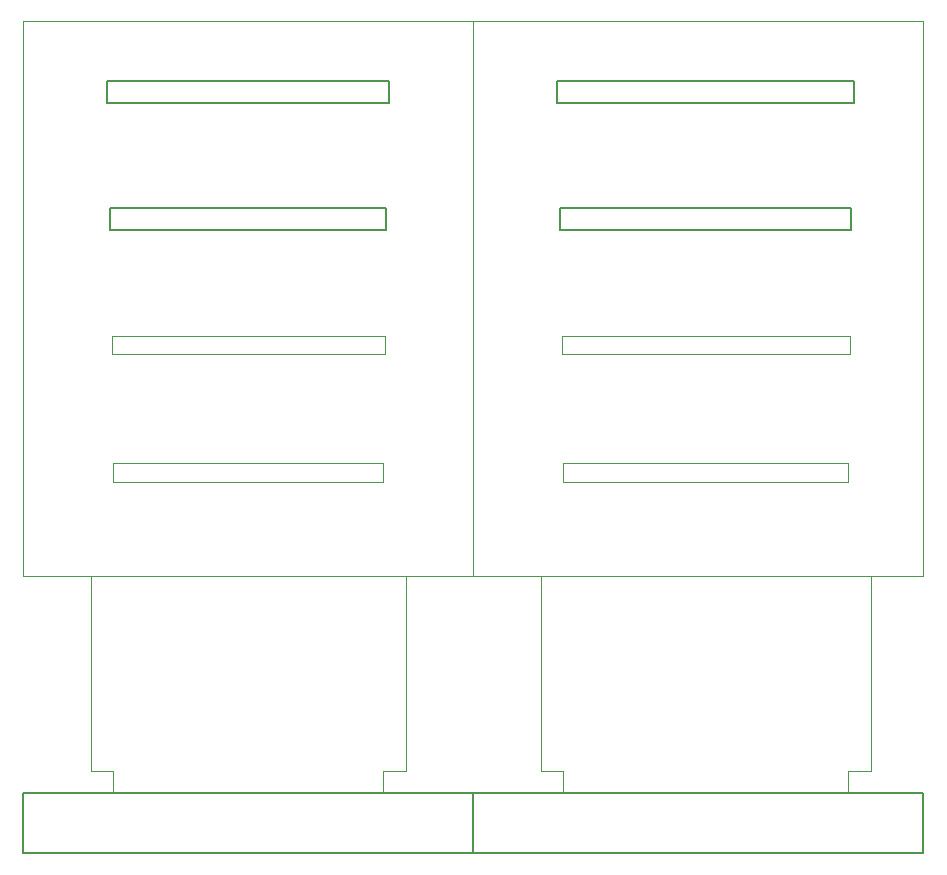
<source format=gbr>
%TF.GenerationSoftware,KiCad,Pcbnew,6.0.11-2627ca5db0~126~ubuntu22.04.1*%
%TF.CreationDate,2023-03-29T10:33:59-07:00*%
%TF.ProjectId,GX16-8P-Horizontal Slot Test,47583136-2d38-4502-9d48-6f72697a6f6e,rev?*%
%TF.SameCoordinates,Original*%
%TF.FileFunction,Profile,NP*%
%FSLAX46Y46*%
G04 Gerber Fmt 4.6, Leading zero omitted, Abs format (unit mm)*
G04 Created by KiCad (PCBNEW 6.0.11-2627ca5db0~126~ubuntu22.04.1) date 2023-03-29 10:33:59*
%MOMM*%
%LPD*%
G01*
G04 APERTURE LIST*
%TA.AperFunction,Profile*%
%ADD10C,0.100000*%
%TD*%
%TA.AperFunction,Profile*%
%ADD11C,0.150000*%
%TD*%
G04 APERTURE END LIST*
D10*
X147320000Y-91440000D02*
X147320000Y-93345000D01*
X109220000Y-93345000D02*
X132080000Y-93345000D01*
X171450000Y-93345000D02*
X171450000Y-91440000D01*
X145415000Y-91440000D02*
X147320000Y-91440000D01*
X107315000Y-74930000D02*
X107315000Y-91440000D01*
X109220000Y-91440000D02*
X109220000Y-93345000D01*
X171450000Y-91440000D02*
X173355000Y-91440000D01*
D11*
X108712000Y-33020000D02*
X132588000Y-33020000D01*
X132588000Y-33020000D02*
X132588000Y-34920000D01*
X132588000Y-34920000D02*
X108712000Y-34920000D01*
X108712000Y-34920000D02*
X108712000Y-33020000D01*
X146812000Y-33020000D02*
X171958000Y-33020000D01*
X171958000Y-33020000D02*
X171958000Y-34920000D01*
X171958000Y-34920000D02*
X146812000Y-34920000D01*
X146812000Y-34920000D02*
X146812000Y-33020000D01*
D10*
X147320000Y-93345000D02*
X171450000Y-93345000D01*
D11*
X139700000Y-93345000D02*
X177800000Y-93345000D01*
X177800000Y-93345000D02*
X177800000Y-98425000D01*
X177800000Y-98425000D02*
X139700000Y-98425000D01*
X139700000Y-98425000D02*
X139700000Y-93345000D01*
D10*
X133985000Y-91440000D02*
X133985000Y-74930000D01*
X147193000Y-54610000D02*
X171577000Y-54610000D01*
X171577000Y-54610000D02*
X171577000Y-56183000D01*
X171577000Y-56183000D02*
X147193000Y-56183000D01*
X147193000Y-56183000D02*
X147193000Y-54610000D01*
X132080000Y-91440000D02*
X133985000Y-91440000D01*
X133985000Y-74930000D02*
X107315000Y-74930000D01*
X109093000Y-54610000D02*
X132207000Y-54610000D01*
X132207000Y-54610000D02*
X132207000Y-56183000D01*
X132207000Y-56183000D02*
X109093000Y-56183000D01*
X109093000Y-56183000D02*
X109093000Y-54610000D01*
X173355000Y-91440000D02*
X173355000Y-74930000D01*
X132080000Y-65405000D02*
X109220000Y-65405000D01*
X109220000Y-65405000D02*
X109220000Y-67005000D01*
X109220000Y-67005000D02*
X132080000Y-67005000D01*
X132080000Y-67005000D02*
X132080000Y-65405000D01*
X173355000Y-74930000D02*
X145415000Y-74930000D01*
X171450000Y-65405000D02*
X147320000Y-65405000D01*
X147320000Y-65405000D02*
X147320000Y-67005000D01*
X147320000Y-67005000D02*
X171450000Y-67005000D01*
X171450000Y-67005000D02*
X171450000Y-65405000D01*
X132080000Y-93345000D02*
X132080000Y-91440000D01*
X107315000Y-91440000D02*
X109220000Y-91440000D01*
D11*
X101600000Y-93345000D02*
X139700000Y-93345000D01*
X139700000Y-93345000D02*
X139700000Y-98425000D01*
X139700000Y-98425000D02*
X101600000Y-98425000D01*
X101600000Y-98425000D02*
X101600000Y-93345000D01*
D10*
X145415000Y-74930000D02*
X145415000Y-91440000D01*
X139700000Y-74930000D02*
X101600000Y-74930000D01*
X101600000Y-74930000D02*
X101600000Y-27940000D01*
X101600000Y-27940000D02*
X139700000Y-27940000D01*
X139700000Y-27940000D02*
X139700000Y-74930000D01*
X177800000Y-74930000D02*
X139700000Y-74930000D01*
X139700000Y-74930000D02*
X139700000Y-27940000D01*
X139700000Y-27940000D02*
X177800000Y-27940000D01*
X177800000Y-27940000D02*
X177800000Y-74930000D01*
D11*
X147066000Y-43815000D02*
X171704000Y-43815000D01*
X171704000Y-43815000D02*
X171704000Y-45615000D01*
X171704000Y-45615000D02*
X147066000Y-45615000D01*
X147066000Y-45615000D02*
X147066000Y-43815000D01*
X108966000Y-43815000D02*
X132334000Y-43815000D01*
X132334000Y-43815000D02*
X132334000Y-45615000D01*
X132334000Y-45615000D02*
X108966000Y-45615000D01*
X108966000Y-45615000D02*
X108966000Y-43815000D01*
M02*

</source>
